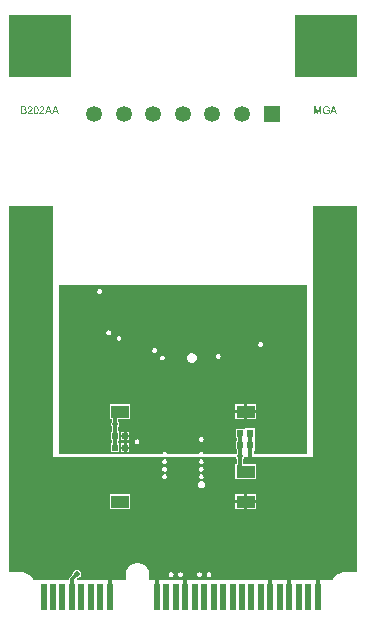
<source format=gbr>
%TF.GenerationSoftware,Altium Limited,Altium Designer,22.1.2 (22)*%
G04 Layer_Physical_Order=1*
G04 Layer_Color=255*
%FSLAX26Y26*%
%MOIN*%
%TF.SameCoordinates,654C00B4-3322-4B45-B6E3-0FD47356756A*%
%TF.FilePolarity,Positive*%
%TF.FileFunction,Copper,L1,Top,Signal*%
%TF.Part,Single*%
G01*
G75*
%TA.AperFunction,SMDPad,CuDef*%
%ADD10R,0.059055X0.039370*%
%TA.AperFunction,ConnectorPad*%
%ADD11R,0.023622X0.090551*%
%TA.AperFunction,SMDPad,CuDef*%
%ADD12R,0.018504X0.020472*%
%TA.AperFunction,Conductor*%
%ADD13C,0.011811*%
%TA.AperFunction,ComponentPad*%
%ADD14C,0.053150*%
%ADD15R,0.053150X0.053150*%
%TA.AperFunction,ViaPad*%
%ADD16R,0.208661X0.208661*%
%ADD17C,0.019685*%
G36*
X232141Y588703D02*
X231592Y588348D01*
X231108Y587758D01*
X230689Y586931D01*
X230334Y585868D01*
X230044Y584569D01*
X229818Y583033D01*
X229657Y581262D01*
X229584Y578888D01*
X229818Y575471D01*
X230044Y573935D01*
X230334Y572636D01*
X230689Y571573D01*
X231108Y570746D01*
X231592Y570155D01*
X232141Y569801D01*
X232754Y569683D01*
X214490D01*
X215103Y569801D01*
X215652Y570155D01*
X216136Y570746D01*
X216555Y571573D01*
X216910Y572636D01*
X217200Y573935D01*
X217426Y575471D01*
X217587Y577242D01*
X217660Y579616D01*
X217426Y583033D01*
X217200Y584569D01*
X216910Y585868D01*
X216555Y586931D01*
X216136Y587758D01*
X215652Y588348D01*
X215103Y588703D01*
X214490Y588821D01*
X232754D01*
X232141Y588703D01*
D02*
G37*
G36*
X198283D02*
X197734Y588348D01*
X197250Y587758D01*
X196831Y586931D01*
X196476Y585868D01*
X196185Y584569D01*
X195960Y583033D01*
X195798Y581262D01*
X195726Y578888D01*
X195960Y575471D01*
X196185Y573935D01*
X196476Y572636D01*
X196831Y571573D01*
X197250Y570746D01*
X197734Y570155D01*
X198283Y569801D01*
X198896Y569683D01*
X180632D01*
X181245Y569801D01*
X181793Y570155D01*
X182277Y570746D01*
X182697Y571573D01*
X183052Y572636D01*
X183342Y573935D01*
X183568Y575471D01*
X183729Y577242D01*
X183801Y579616D01*
X183568Y583033D01*
X183342Y584569D01*
X183052Y585868D01*
X182697Y586931D01*
X182277Y587758D01*
X181793Y588348D01*
X181245Y588703D01*
X180632Y588821D01*
X198896D01*
X198283Y588703D01*
D02*
G37*
G36*
X232141Y549333D02*
X231592Y548978D01*
X231108Y548388D01*
X230689Y547561D01*
X230334Y546498D01*
X230044Y545199D01*
X229818Y543663D01*
X229657Y541892D01*
X229528Y537640D01*
X217716D01*
X217684Y539884D01*
X217426Y543663D01*
X217200Y545199D01*
X216910Y546498D01*
X216555Y547561D01*
X216136Y548388D01*
X215652Y548978D01*
X215103Y549333D01*
X214490Y549451D01*
X232754D01*
X232141Y549333D01*
D02*
G37*
G36*
X198283D02*
X197734Y548978D01*
X197250Y548388D01*
X196831Y547561D01*
X196476Y546498D01*
X196185Y545199D01*
X195960Y543663D01*
X195798Y541892D01*
X195669Y537640D01*
X183858D01*
X183826Y539884D01*
X183568Y543663D01*
X183342Y545199D01*
X183052Y546498D01*
X182697Y547561D01*
X182277Y548388D01*
X181793Y548978D01*
X181245Y549333D01*
X180632Y549451D01*
X198896D01*
X198283Y549333D01*
D02*
G37*
G36*
X413386Y530000D02*
X237672D01*
Y541329D01*
X237674Y541406D01*
X237679Y541457D01*
X240748D01*
Y549278D01*
X240782Y549451D01*
X240748Y549623D01*
Y569511D01*
X240782Y569683D01*
X240748Y569856D01*
Y577677D01*
X240748D01*
X240748Y580827D01*
X240748Y580827D01*
Y588648D01*
X240782Y588821D01*
X240748Y588993D01*
Y617047D01*
X206496D01*
Y616627D01*
X202953Y613110D01*
X176575D01*
Y589820D01*
X176447Y589627D01*
X176521Y589186D01*
X176370Y588821D01*
X176575Y584764D01*
X178846D01*
Y584764D01*
X178846D01*
X179491Y580183D01*
X179536Y579535D01*
X179499Y578320D01*
X178846Y573740D01*
X178846D01*
Y573740D01*
X176575D01*
X176370Y569683D01*
X176522Y569318D01*
X176447Y568877D01*
X176575Y568684D01*
Y550450D01*
X176447Y550257D01*
X176521Y549815D01*
X176370Y549451D01*
X176575Y545394D01*
X178846D01*
Y545394D01*
X178846D01*
X179491Y540813D01*
X179567Y539709D01*
X179597Y537578D01*
X179728Y537274D01*
Y536627D01*
X179597Y536317D01*
X179588Y535276D01*
X179517Y533547D01*
X179388Y532278D01*
X179329Y531936D01*
X179281Y531741D01*
X179243Y531662D01*
X179239Y531614D01*
X179194Y531480D01*
X174748Y530000D01*
X68915D01*
Y531230D01*
X67716Y534124D01*
X65501Y536339D01*
X62607Y537537D01*
X59475D01*
X56581Y536339D01*
X54366Y534124D01*
X53167Y531230D01*
Y530000D01*
X-53150D01*
Y531212D01*
X-54348Y534106D01*
X-56563Y536321D01*
X-59457Y537520D01*
X-62590D01*
X-65484Y536321D01*
X-67699Y534106D01*
X-68898Y531212D01*
Y530000D01*
X-413386D01*
Y1095000D01*
X413386D01*
Y530000D01*
D02*
G37*
G36*
X195679Y535171D02*
X195915Y531699D01*
X196024Y531072D01*
X196152Y530542D01*
X196299Y530108D01*
X196466Y529770D01*
X196654Y529529D01*
X182874D01*
X183061Y529770D01*
X183228Y530108D01*
X183376Y530542D01*
X183504Y531072D01*
X183612Y531699D01*
X183770Y533242D01*
X183849Y535171D01*
X183858Y536280D01*
X195669D01*
X195679Y535171D01*
D02*
G37*
G36*
X196466Y515230D02*
X196299Y514892D01*
X196152Y514458D01*
X196024Y513928D01*
X195915Y513301D01*
X195758Y511758D01*
X195679Y509829D01*
X195669Y508721D01*
X183858D01*
X183849Y509829D01*
X183612Y513301D01*
X183504Y513928D01*
X183376Y514458D01*
X183228Y514892D01*
X183061Y515230D01*
X182874Y515471D01*
X196654D01*
X196466Y515230D01*
D02*
G37*
G36*
X195728Y500786D02*
X195905Y498778D01*
X196201Y497006D01*
X196614Y495471D01*
X197146Y494171D01*
X197795Y493108D01*
X198563Y492282D01*
X199449Y491691D01*
X200453Y491337D01*
X201575Y491219D01*
X179254D01*
X180129Y491337D01*
X180911Y491691D01*
X181602Y492282D01*
X182201Y493108D01*
X182707Y494171D01*
X183122Y495471D01*
X183444Y497006D01*
X183674Y498778D01*
X183812Y500786D01*
X183858Y503030D01*
X195669D01*
X195728Y500786D01*
D02*
G37*
G36*
X580516Y136019D02*
X537402D01*
X537156Y135970D01*
X536909Y136007D01*
X533822Y135855D01*
X533101Y135675D01*
X532357D01*
X526301Y134470D01*
X525388Y134092D01*
X524418Y133899D01*
X518714Y131536D01*
X517893Y130987D01*
X516979Y130609D01*
X511846Y127179D01*
X511147Y126480D01*
X510325Y125931D01*
X505959Y121565D01*
X505410Y120743D01*
X504711Y120044D01*
X501281Y114910D01*
X500902Y113997D01*
X500353Y113175D01*
X498455Y108592D01*
X-112012D01*
Y127953D01*
X-112077Y128279D01*
X-112034Y128609D01*
X-112287Y132463D01*
X-112542Y133418D01*
X-112607Y134404D01*
X-114602Y141850D01*
X-115183Y143027D01*
X-115605Y144270D01*
X-119459Y150945D01*
X-120324Y151932D01*
X-121053Y153024D01*
X-126504Y158474D01*
X-127595Y159203D01*
X-128582Y160069D01*
X-135258Y163923D01*
X-136501Y164345D01*
X-137678Y164926D01*
X-145123Y166921D01*
X-146433Y167006D01*
X-147721Y167262D01*
X-155429D01*
X-156716Y167006D01*
X-158026Y166921D01*
X-165472Y164926D01*
X-166649Y164345D01*
X-167892Y163923D01*
X-174567Y160069D01*
X-175554Y159204D01*
X-176646Y158474D01*
X-182096Y153024D01*
X-182826Y151932D01*
X-183691Y150945D01*
X-187545Y144270D01*
X-187967Y143027D01*
X-188548Y141850D01*
X-190543Y134404D01*
X-190607Y133418D01*
X-190863Y132463D01*
X-191116Y128609D01*
X-191072Y128279D01*
X-191137Y127953D01*
Y108592D01*
X-349992D01*
X-353069Y111988D01*
X-353754Y113439D01*
X-353213Y115267D01*
X-348954Y116115D01*
X-344396Y119160D01*
X-341351Y123718D01*
X-340281Y129095D01*
X-341351Y134471D01*
X-344396Y139029D01*
X-348954Y142075D01*
X-354331Y143144D01*
X-359707Y142075D01*
X-364265Y139029D01*
X-367311Y134471D01*
X-368158Y130212D01*
X-368217Y130091D01*
X-368249Y130055D01*
X-368277Y129972D01*
X-368381Y129802D01*
X-368541Y129576D01*
X-370601Y127215D01*
X-371290Y126513D01*
X-371416Y126201D01*
X-377175Y120442D01*
X-379350Y117187D01*
X-380114Y113347D01*
Y108592D01*
X-498455D01*
X-500354Y113175D01*
X-500903Y113997D01*
X-501281Y114910D01*
X-504711Y120044D01*
X-505410Y120743D01*
X-505959Y121565D01*
X-510325Y125931D01*
X-511147Y126480D01*
X-511846Y127179D01*
X-516979Y130609D01*
X-517893Y130987D01*
X-518714Y131536D01*
X-524419Y133899D01*
X-525388Y134092D01*
X-526301Y134470D01*
X-532357Y135675D01*
X-533101D01*
X-533822Y135855D01*
X-536909Y136007D01*
X-537156Y135970D01*
X-537402Y136019D01*
X-580516D01*
Y1358268D01*
X-433071D01*
Y520000D01*
X176212D01*
X176784Y517124D01*
X179196Y513513D01*
X179239Y513386D01*
X179243Y513338D01*
X179281Y513260D01*
X179329Y513064D01*
X179375Y512793D01*
X179588Y509665D01*
X179597Y508683D01*
X179728Y508373D01*
Y503415D01*
X179598Y503117D01*
X179554Y500975D01*
X179467Y499709D01*
X177468Y495276D01*
X175197D01*
X174992Y491219D01*
X175046Y491088D01*
X175030Y490648D01*
X175197Y490363D01*
Y448032D01*
X242126D01*
Y495276D01*
X202354D01*
X202021Y495457D01*
X201398Y495522D01*
X201370Y495532D01*
X201344Y495549D01*
X201209Y495695D01*
X200960Y496102D01*
X200660Y496836D01*
X200370Y497913D01*
X200136Y499316D01*
X199985Y501029D01*
X199929Y503142D01*
X199799Y503434D01*
Y508373D01*
X199930Y508683D01*
X199940Y509724D01*
X200010Y511453D01*
X200140Y512722D01*
X200199Y513064D01*
X200246Y513260D01*
X200285Y513338D01*
X200288Y513386D01*
X200331Y513513D01*
X202744Y517124D01*
X203316Y520000D01*
X433071D01*
Y1358268D01*
X580516D01*
Y136019D01*
D02*
G37*
G36*
X-354429Y119252D02*
X-354732Y119214D01*
X-355089Y119094D01*
X-355500Y118891D01*
X-355966Y118607D01*
X-356486Y118240D01*
X-357688Y117260D01*
X-359107Y115952D01*
X-359899Y115175D01*
X-368250Y123527D01*
X-367473Y124318D01*
X-365185Y126940D01*
X-364818Y127460D01*
X-364534Y127925D01*
X-364331Y128336D01*
X-364211Y128693D01*
X-364173Y128996D01*
X-354429Y119252D01*
D02*
G37*
G36*
X479436Y1689248D02*
X479727D01*
X480418Y1689175D01*
X481183Y1689066D01*
X481984Y1688884D01*
X482857Y1688666D01*
X483694Y1688374D01*
X483731D01*
X483804Y1688338D01*
X483913Y1688302D01*
X484058Y1688229D01*
X484459Y1688011D01*
X484968Y1687756D01*
X485514Y1687392D01*
X486097Y1686955D01*
X486643Y1686482D01*
X487152Y1685899D01*
X487225Y1685826D01*
X487371Y1685608D01*
X487589Y1685281D01*
X487880Y1684807D01*
X488172Y1684225D01*
X488499Y1683497D01*
X488827Y1682696D01*
X489082Y1681786D01*
X486060Y1680985D01*
Y1681022D01*
X486024Y1681058D01*
X485988Y1681167D01*
X485951Y1681313D01*
X485842Y1681640D01*
X485696Y1682077D01*
X485478Y1682587D01*
X485223Y1683060D01*
X484968Y1683570D01*
X484641Y1684006D01*
X484604Y1684043D01*
X484495Y1684188D01*
X484277Y1684370D01*
X484022Y1684625D01*
X483694Y1684917D01*
X483258Y1685208D01*
X482784Y1685499D01*
X482238Y1685754D01*
X482166Y1685790D01*
X481984Y1685863D01*
X481656Y1685972D01*
X481219Y1686118D01*
X480710Y1686227D01*
X480127Y1686336D01*
X479472Y1686409D01*
X478780Y1686445D01*
X478380D01*
X478198Y1686409D01*
X477980D01*
X477434Y1686372D01*
X476815Y1686263D01*
X476123Y1686154D01*
X475468Y1685972D01*
X474813Y1685717D01*
X474740Y1685681D01*
X474522Y1685608D01*
X474230Y1685426D01*
X473866Y1685244D01*
X473430Y1684953D01*
X472956Y1684662D01*
X472520Y1684298D01*
X472119Y1683897D01*
X472083Y1683861D01*
X471937Y1683715D01*
X471755Y1683460D01*
X471537Y1683169D01*
X471282Y1682805D01*
X471027Y1682369D01*
X470772Y1681895D01*
X470518Y1681386D01*
Y1681349D01*
X470481Y1681276D01*
X470445Y1681167D01*
X470372Y1680985D01*
X470299Y1680767D01*
X470226Y1680512D01*
X470117Y1680221D01*
X470044Y1679893D01*
X469862Y1679129D01*
X469717Y1678255D01*
X469608Y1677345D01*
X469571Y1676326D01*
Y1676290D01*
Y1676180D01*
Y1675998D01*
X469608Y1675780D01*
Y1675489D01*
X469644Y1675125D01*
X469680Y1674761D01*
X469717Y1674361D01*
X469862Y1673450D01*
X470044Y1672504D01*
X470336Y1671558D01*
X470700Y1670648D01*
Y1670611D01*
X470772Y1670539D01*
X470809Y1670429D01*
X470918Y1670284D01*
X471173Y1669883D01*
X471573Y1669374D01*
X472046Y1668828D01*
X472629Y1668282D01*
X473320Y1667772D01*
X474085Y1667299D01*
X474121D01*
X474194Y1667263D01*
X474303Y1667190D01*
X474485Y1667117D01*
X474667Y1667044D01*
X474922Y1666971D01*
X475504Y1666753D01*
X476232Y1666571D01*
X477033Y1666389D01*
X477907Y1666243D01*
X478817Y1666207D01*
X479181D01*
X479399Y1666243D01*
X479618D01*
X480164Y1666316D01*
X480819Y1666389D01*
X481510Y1666534D01*
X482275Y1666753D01*
X483039Y1667008D01*
X483076D01*
X483148Y1667044D01*
X483221Y1667081D01*
X483367Y1667153D01*
X483767Y1667335D01*
X484204Y1667554D01*
X484714Y1667809D01*
X485260Y1668100D01*
X485769Y1668427D01*
X486206Y1668791D01*
Y1673523D01*
X478780D01*
Y1676508D01*
X489482D01*
Y1667153D01*
X489446Y1667117D01*
X489373Y1667081D01*
X489227Y1666971D01*
X489045Y1666826D01*
X488827Y1666680D01*
X488572Y1666498D01*
X488244Y1666280D01*
X487917Y1666061D01*
X487152Y1665588D01*
X486279Y1665079D01*
X485369Y1664605D01*
X484386Y1664205D01*
X484350D01*
X484277Y1664168D01*
X484131Y1664132D01*
X483949Y1664059D01*
X483694Y1663986D01*
X483403Y1663877D01*
X483076Y1663804D01*
X482748Y1663732D01*
X481947Y1663550D01*
X481037Y1663368D01*
X480054Y1663258D01*
X479035Y1663222D01*
X478671D01*
X478416Y1663258D01*
X478089D01*
X477688Y1663295D01*
X477252Y1663368D01*
X476778Y1663404D01*
X475723Y1663622D01*
X474594Y1663877D01*
X473430Y1664278D01*
X472847Y1664496D01*
X472265Y1664787D01*
X472228Y1664824D01*
X472119Y1664860D01*
X471974Y1664969D01*
X471755Y1665079D01*
X471500Y1665261D01*
X471246Y1665443D01*
X470554Y1665952D01*
X469826Y1666607D01*
X469062Y1667408D01*
X468334Y1668318D01*
X467678Y1669374D01*
Y1669410D01*
X467606Y1669519D01*
X467533Y1669665D01*
X467424Y1669920D01*
X467314Y1670175D01*
X467205Y1670539D01*
X467060Y1670902D01*
X466914Y1671339D01*
X466768Y1671812D01*
X466623Y1672359D01*
X466514Y1672905D01*
X466404Y1673487D01*
X466222Y1674761D01*
X466150Y1676108D01*
Y1676144D01*
Y1676290D01*
Y1676472D01*
X466186Y1676726D01*
Y1677054D01*
X466222Y1677455D01*
X466295Y1677855D01*
X466332Y1678328D01*
X466441Y1678838D01*
X466514Y1679384D01*
X466805Y1680549D01*
X467169Y1681750D01*
X467678Y1682951D01*
X467715Y1682987D01*
X467751Y1683097D01*
X467824Y1683242D01*
X467970Y1683460D01*
X468115Y1683752D01*
X468297Y1684043D01*
X468807Y1684735D01*
X469426Y1685535D01*
X470190Y1686300D01*
X471064Y1687064D01*
X471573Y1687392D01*
X472083Y1687719D01*
X472119Y1687756D01*
X472228Y1687792D01*
X472374Y1687865D01*
X472592Y1687974D01*
X472884Y1688083D01*
X473211Y1688229D01*
X473575Y1688374D01*
X474012Y1688520D01*
X474485Y1688666D01*
X474995Y1688775D01*
X475541Y1688920D01*
X476123Y1689030D01*
X477397Y1689212D01*
X478052Y1689284D01*
X479217D01*
X479436Y1689248D01*
D02*
G37*
G36*
X461600Y1663659D02*
X458396D01*
Y1684735D01*
X451044Y1663659D01*
X448059D01*
X440779Y1685099D01*
Y1663659D01*
X437576D01*
Y1688848D01*
X442562D01*
X448532Y1670975D01*
Y1670939D01*
X448568Y1670866D01*
X448605Y1670757D01*
X448678Y1670575D01*
X448823Y1670138D01*
X449005Y1669592D01*
X449187Y1668973D01*
X449406Y1668354D01*
X449588Y1667772D01*
X449733Y1667263D01*
X449770Y1667335D01*
X449806Y1667517D01*
X449915Y1667845D01*
X450061Y1668282D01*
X450243Y1668864D01*
X450498Y1669556D01*
X450752Y1670357D01*
X451080Y1671303D01*
X457122Y1688848D01*
X461600D01*
Y1663659D01*
D02*
G37*
G36*
X515180D02*
X511395D01*
X508446Y1671303D01*
X497890D01*
X495160Y1663659D01*
X491630D01*
X501239Y1688848D01*
X504879D01*
X515180Y1663659D01*
D02*
G37*
G36*
X-413060Y1663823D02*
X-416846D01*
X-419794Y1671467D01*
X-430350D01*
X-433080Y1663823D01*
X-440324D01*
X-443272Y1671467D01*
X-453828D01*
X-456558Y1663823D01*
X-460089D01*
X-450479Y1689012D01*
X-446839D01*
X-436576Y1663915D01*
X-427001Y1689012D01*
X-423361D01*
X-413060Y1663823D01*
D02*
G37*
G36*
X-469225Y1689084D02*
X-468934Y1689048D01*
X-468570Y1689012D01*
X-468170Y1688939D01*
X-467769Y1688866D01*
X-466823Y1688611D01*
X-465877Y1688247D01*
X-465403Y1688029D01*
X-464930Y1687774D01*
X-464493Y1687446D01*
X-464093Y1687082D01*
X-464057Y1687046D01*
X-463984Y1687009D01*
X-463911Y1686864D01*
X-463765Y1686718D01*
X-463583Y1686536D01*
X-463401Y1686282D01*
X-463219Y1686027D01*
X-463001Y1685699D01*
X-462637Y1685007D01*
X-462273Y1684134D01*
X-462127Y1683697D01*
X-462055Y1683188D01*
X-461982Y1682678D01*
X-461945Y1682132D01*
Y1682059D01*
Y1681877D01*
X-461982Y1681586D01*
X-462018Y1681186D01*
X-462091Y1680749D01*
X-462236Y1680239D01*
X-462382Y1679693D01*
X-462601Y1679147D01*
X-462637Y1679074D01*
X-462710Y1678892D01*
X-462855Y1678601D01*
X-463074Y1678201D01*
X-463365Y1677764D01*
X-463729Y1677218D01*
X-464166Y1676672D01*
X-464675Y1676053D01*
X-464748Y1675980D01*
X-464930Y1675762D01*
X-465112Y1675580D01*
X-465294Y1675398D01*
X-465512Y1675179D01*
X-465804Y1674888D01*
X-466095Y1674597D01*
X-466459Y1674270D01*
X-466823Y1673906D01*
X-467260Y1673505D01*
X-467733Y1673105D01*
X-468243Y1672631D01*
X-468825Y1672158D01*
X-469407Y1671649D01*
X-469444Y1671612D01*
X-469517Y1671540D01*
X-469662Y1671430D01*
X-469844Y1671285D01*
X-470062Y1671066D01*
X-470317Y1670848D01*
X-470900Y1670375D01*
X-471519Y1669829D01*
X-472101Y1669283D01*
X-472611Y1668810D01*
X-472829Y1668628D01*
X-473011Y1668446D01*
X-473047Y1668409D01*
X-473156Y1668300D01*
X-473302Y1668154D01*
X-473484Y1667936D01*
X-473666Y1667681D01*
X-473885Y1667426D01*
X-474321Y1666807D01*
X-461909D01*
Y1663823D01*
X-478616D01*
Y1663859D01*
Y1664005D01*
Y1664223D01*
X-478580Y1664514D01*
X-478544Y1664842D01*
X-478471Y1665206D01*
X-478398Y1665570D01*
X-478252Y1665970D01*
Y1666007D01*
X-478216Y1666043D01*
X-478143Y1666262D01*
X-477998Y1666589D01*
X-477779Y1667026D01*
X-477488Y1667535D01*
X-477124Y1668118D01*
X-476724Y1668700D01*
X-476214Y1669319D01*
Y1669355D01*
X-476141Y1669392D01*
X-475959Y1669610D01*
X-475632Y1669938D01*
X-475159Y1670411D01*
X-474613Y1670957D01*
X-473921Y1671612D01*
X-473084Y1672340D01*
X-472174Y1673105D01*
X-472137Y1673141D01*
X-471992Y1673250D01*
X-471773Y1673432D01*
X-471519Y1673651D01*
X-471191Y1673942D01*
X-470791Y1674270D01*
X-470390Y1674633D01*
X-469917Y1675034D01*
X-469007Y1675908D01*
X-468097Y1676781D01*
X-467660Y1677218D01*
X-467260Y1677655D01*
X-466896Y1678055D01*
X-466604Y1678456D01*
Y1678492D01*
X-466532Y1678528D01*
X-466459Y1678638D01*
X-466386Y1678783D01*
X-466131Y1679184D01*
X-465840Y1679657D01*
X-465585Y1680239D01*
X-465330Y1680858D01*
X-465185Y1681550D01*
X-465112Y1682205D01*
Y1682241D01*
Y1682277D01*
X-465149Y1682496D01*
X-465185Y1682860D01*
X-465294Y1683260D01*
X-465440Y1683770D01*
X-465695Y1684280D01*
X-466022Y1684789D01*
X-466459Y1685299D01*
X-466532Y1685371D01*
X-466714Y1685517D01*
X-466969Y1685699D01*
X-467369Y1685954D01*
X-467878Y1686172D01*
X-468461Y1686391D01*
X-469152Y1686536D01*
X-469917Y1686573D01*
X-470135D01*
X-470281Y1686536D01*
X-470718Y1686500D01*
X-471227Y1686391D01*
X-471773Y1686245D01*
X-472392Y1685990D01*
X-472974Y1685663D01*
X-473521Y1685226D01*
X-473593Y1685153D01*
X-473739Y1684971D01*
X-473957Y1684680D01*
X-474176Y1684243D01*
X-474430Y1683734D01*
X-474649Y1683078D01*
X-474795Y1682350D01*
X-474867Y1681513D01*
X-478034Y1681841D01*
Y1681877D01*
X-477998Y1681986D01*
Y1682168D01*
X-477961Y1682423D01*
X-477889Y1682714D01*
X-477816Y1683042D01*
X-477707Y1683442D01*
X-477597Y1683843D01*
X-477306Y1684716D01*
X-476869Y1685590D01*
X-476615Y1686027D01*
X-476287Y1686464D01*
X-475959Y1686864D01*
X-475595Y1687228D01*
X-475559Y1687264D01*
X-475486Y1687301D01*
X-475377Y1687410D01*
X-475195Y1687519D01*
X-474976Y1687665D01*
X-474722Y1687810D01*
X-474430Y1687992D01*
X-474067Y1688174D01*
X-473666Y1688356D01*
X-473229Y1688538D01*
X-472756Y1688684D01*
X-472247Y1688830D01*
X-471700Y1688939D01*
X-471118Y1689048D01*
X-470499Y1689084D01*
X-469844Y1689121D01*
X-469480D01*
X-469225Y1689084D01*
D02*
G37*
G36*
X-508392D02*
X-508101Y1689048D01*
X-507736Y1689012D01*
X-507336Y1688939D01*
X-506936Y1688866D01*
X-505989Y1688611D01*
X-505043Y1688247D01*
X-504570Y1688029D01*
X-504096Y1687774D01*
X-503660Y1687446D01*
X-503259Y1687082D01*
X-503223Y1687046D01*
X-503150Y1687009D01*
X-503077Y1686864D01*
X-502932Y1686718D01*
X-502750Y1686536D01*
X-502568Y1686282D01*
X-502386Y1686027D01*
X-502167Y1685699D01*
X-501803Y1685007D01*
X-501439Y1684134D01*
X-501294Y1683697D01*
X-501221Y1683188D01*
X-501148Y1682678D01*
X-501112Y1682132D01*
Y1682059D01*
Y1681877D01*
X-501148Y1681586D01*
X-501185Y1681186D01*
X-501257Y1680749D01*
X-501403Y1680239D01*
X-501548Y1679693D01*
X-501767Y1679147D01*
X-501803Y1679074D01*
X-501876Y1678892D01*
X-502022Y1678601D01*
X-502240Y1678201D01*
X-502531Y1677764D01*
X-502895Y1677218D01*
X-503332Y1676672D01*
X-503842Y1676053D01*
X-503914Y1675980D01*
X-504096Y1675762D01*
X-504279Y1675580D01*
X-504461Y1675398D01*
X-504679Y1675179D01*
X-504970Y1674888D01*
X-505261Y1674597D01*
X-505625Y1674270D01*
X-505989Y1673906D01*
X-506426Y1673505D01*
X-506899Y1673105D01*
X-507409Y1672631D01*
X-507991Y1672158D01*
X-508574Y1671649D01*
X-508610Y1671612D01*
X-508683Y1671540D01*
X-508829Y1671430D01*
X-509010Y1671285D01*
X-509229Y1671066D01*
X-509484Y1670848D01*
X-510066Y1670375D01*
X-510685Y1669829D01*
X-511267Y1669283D01*
X-511777Y1668810D01*
X-511995Y1668628D01*
X-512177Y1668446D01*
X-512214Y1668409D01*
X-512323Y1668300D01*
X-512468Y1668154D01*
X-512650Y1667936D01*
X-512832Y1667681D01*
X-513051Y1667426D01*
X-513488Y1666807D01*
X-501075D01*
Y1663823D01*
X-517783D01*
Y1663859D01*
Y1664005D01*
Y1664223D01*
X-517746Y1664514D01*
X-517710Y1664842D01*
X-517637Y1665206D01*
X-517564Y1665570D01*
X-517419Y1665970D01*
Y1666007D01*
X-517383Y1666043D01*
X-517310Y1666262D01*
X-517164Y1666589D01*
X-516946Y1667026D01*
X-516654Y1667535D01*
X-516290Y1668118D01*
X-515890Y1668700D01*
X-515380Y1669319D01*
Y1669355D01*
X-515308Y1669392D01*
X-515126Y1669610D01*
X-514798Y1669938D01*
X-514325Y1670411D01*
X-513779Y1670957D01*
X-513087Y1671612D01*
X-512250Y1672340D01*
X-511340Y1673105D01*
X-511304Y1673141D01*
X-511158Y1673250D01*
X-510940Y1673432D01*
X-510685Y1673651D01*
X-510357Y1673942D01*
X-509957Y1674270D01*
X-509557Y1674633D01*
X-509083Y1675034D01*
X-508173Y1675908D01*
X-507263Y1676781D01*
X-506827Y1677218D01*
X-506426Y1677655D01*
X-506062Y1678055D01*
X-505771Y1678456D01*
Y1678492D01*
X-505698Y1678528D01*
X-505625Y1678638D01*
X-505553Y1678783D01*
X-505298Y1679184D01*
X-505007Y1679657D01*
X-504752Y1680239D01*
X-504497Y1680858D01*
X-504351Y1681550D01*
X-504279Y1682205D01*
Y1682241D01*
Y1682277D01*
X-504315Y1682496D01*
X-504351Y1682860D01*
X-504461Y1683260D01*
X-504606Y1683770D01*
X-504861Y1684280D01*
X-505188Y1684789D01*
X-505625Y1685299D01*
X-505698Y1685371D01*
X-505880Y1685517D01*
X-506135Y1685699D01*
X-506535Y1685954D01*
X-507045Y1686172D01*
X-507627Y1686391D01*
X-508319Y1686536D01*
X-509083Y1686573D01*
X-509302D01*
X-509447Y1686536D01*
X-509884Y1686500D01*
X-510394Y1686391D01*
X-510940Y1686245D01*
X-511558Y1685990D01*
X-512141Y1685663D01*
X-512687Y1685226D01*
X-512760Y1685153D01*
X-512905Y1684971D01*
X-513124Y1684680D01*
X-513342Y1684243D01*
X-513597Y1683734D01*
X-513815Y1683078D01*
X-513961Y1682350D01*
X-514034Y1681513D01*
X-517201Y1681841D01*
Y1681877D01*
X-517164Y1681986D01*
Y1682168D01*
X-517128Y1682423D01*
X-517055Y1682714D01*
X-516982Y1683042D01*
X-516873Y1683442D01*
X-516764Y1683843D01*
X-516472Y1684716D01*
X-516036Y1685590D01*
X-515781Y1686027D01*
X-515453Y1686464D01*
X-515126Y1686864D01*
X-514762Y1687228D01*
X-514725Y1687264D01*
X-514653Y1687301D01*
X-514543Y1687410D01*
X-514361Y1687519D01*
X-514143Y1687665D01*
X-513888Y1687810D01*
X-513597Y1687992D01*
X-513233Y1688174D01*
X-512832Y1688356D01*
X-512396Y1688538D01*
X-511923Y1688684D01*
X-511413Y1688830D01*
X-510867Y1688939D01*
X-510284Y1689048D01*
X-509666Y1689084D01*
X-509010Y1689121D01*
X-508647D01*
X-508392Y1689084D01*
D02*
G37*
G36*
X-529540Y1688975D02*
X-529249D01*
X-528594Y1688902D01*
X-527866Y1688830D01*
X-527101Y1688684D01*
X-526337Y1688502D01*
X-525645Y1688247D01*
X-525609D01*
X-525572Y1688211D01*
X-525354Y1688101D01*
X-525027Y1687919D01*
X-524663Y1687665D01*
X-524226Y1687337D01*
X-523753Y1686937D01*
X-523316Y1686427D01*
X-522915Y1685881D01*
X-522879Y1685808D01*
X-522770Y1685590D01*
X-522588Y1685299D01*
X-522406Y1684862D01*
X-522224Y1684352D01*
X-522042Y1683806D01*
X-521933Y1683188D01*
X-521896Y1682569D01*
Y1682496D01*
Y1682314D01*
X-521933Y1681986D01*
X-522005Y1681586D01*
X-522115Y1681113D01*
X-522297Y1680603D01*
X-522515Y1680093D01*
X-522806Y1679547D01*
X-522842Y1679475D01*
X-522952Y1679329D01*
X-523170Y1679038D01*
X-523461Y1678747D01*
X-523825Y1678383D01*
X-524262Y1677982D01*
X-524808Y1677618D01*
X-525427Y1677254D01*
X-525390D01*
X-525318Y1677218D01*
X-525208Y1677181D01*
X-525063Y1677109D01*
X-524626Y1676963D01*
X-524116Y1676708D01*
X-523571Y1676381D01*
X-522952Y1675980D01*
X-522406Y1675507D01*
X-521896Y1674925D01*
X-521860Y1674852D01*
X-521714Y1674633D01*
X-521496Y1674306D01*
X-521277Y1673869D01*
X-521059Y1673287D01*
X-520841Y1672668D01*
X-520695Y1671940D01*
X-520659Y1671139D01*
Y1671103D01*
Y1671066D01*
Y1670848D01*
X-520695Y1670484D01*
X-520768Y1670047D01*
X-520841Y1669537D01*
X-520986Y1668992D01*
X-521168Y1668409D01*
X-521423Y1667827D01*
X-521459Y1667754D01*
X-521568Y1667572D01*
X-521714Y1667317D01*
X-521933Y1666953D01*
X-522224Y1666589D01*
X-522515Y1666189D01*
X-522879Y1665788D01*
X-523279Y1665461D01*
X-523316Y1665424D01*
X-523461Y1665315D01*
X-523716Y1665169D01*
X-524044Y1665024D01*
X-524444Y1664805D01*
X-524917Y1664587D01*
X-525427Y1664405D01*
X-526046Y1664223D01*
X-526119D01*
X-526337Y1664150D01*
X-526701Y1664114D01*
X-527174Y1664041D01*
X-527756Y1663968D01*
X-528448Y1663896D01*
X-529212Y1663859D01*
X-530086Y1663823D01*
X-539696D01*
Y1689012D01*
X-529795D01*
X-529540Y1688975D01*
D02*
G37*
G36*
X-488808Y1689084D02*
X-488335Y1689012D01*
X-487789Y1688902D01*
X-487207Y1688757D01*
X-486588Y1688575D01*
X-486006Y1688284D01*
X-485969D01*
X-485933Y1688247D01*
X-485751Y1688138D01*
X-485460Y1687956D01*
X-485096Y1687701D01*
X-484695Y1687337D01*
X-484259Y1686937D01*
X-483858Y1686464D01*
X-483458Y1685918D01*
X-483421Y1685845D01*
X-483276Y1685663D01*
X-483130Y1685335D01*
X-482875Y1684862D01*
X-482657Y1684316D01*
X-482366Y1683697D01*
X-482111Y1682969D01*
X-481892Y1682168D01*
Y1682132D01*
X-481856Y1682059D01*
X-481820Y1681950D01*
X-481783Y1681768D01*
X-481747Y1681550D01*
X-481711Y1681295D01*
X-481638Y1680967D01*
X-481601Y1680603D01*
X-481529Y1680203D01*
X-481492Y1679766D01*
X-481456Y1679256D01*
X-481383Y1678747D01*
X-481346Y1678164D01*
Y1677582D01*
X-481310Y1676927D01*
Y1676235D01*
Y1676199D01*
Y1676053D01*
Y1675798D01*
Y1675507D01*
X-481346Y1675107D01*
Y1674670D01*
X-481383Y1674197D01*
X-481419Y1673687D01*
X-481529Y1672522D01*
X-481711Y1671321D01*
X-481929Y1670156D01*
X-482075Y1669610D01*
X-482257Y1669064D01*
Y1669028D01*
X-482293Y1668955D01*
X-482366Y1668810D01*
X-482438Y1668628D01*
X-482511Y1668373D01*
X-482657Y1668118D01*
X-482948Y1667499D01*
X-483312Y1666844D01*
X-483785Y1666116D01*
X-484331Y1665461D01*
X-484986Y1664842D01*
X-485023D01*
X-485059Y1664769D01*
X-485168Y1664696D01*
X-485314Y1664623D01*
X-485496Y1664514D01*
X-485678Y1664369D01*
X-486224Y1664114D01*
X-486879Y1663859D01*
X-487644Y1663604D01*
X-488554Y1663459D01*
X-489536Y1663386D01*
X-489901D01*
X-490155Y1663422D01*
X-490447Y1663459D01*
X-490810Y1663532D01*
X-491211Y1663604D01*
X-491648Y1663714D01*
X-492084Y1663859D01*
X-492558Y1664005D01*
X-493031Y1664223D01*
X-493504Y1664478D01*
X-493977Y1664769D01*
X-494450Y1665133D01*
X-494887Y1665534D01*
X-495288Y1665970D01*
X-495324Y1666007D01*
X-495397Y1666116D01*
X-495506Y1666298D01*
X-495688Y1666589D01*
X-495870Y1666917D01*
X-496052Y1667353D01*
X-496307Y1667863D01*
X-496525Y1668446D01*
X-496744Y1669101D01*
X-496962Y1669865D01*
X-497180Y1670702D01*
X-497363Y1671649D01*
X-497545Y1672668D01*
X-497654Y1673760D01*
X-497726Y1674961D01*
X-497763Y1676235D01*
Y1676272D01*
Y1676417D01*
Y1676672D01*
Y1676963D01*
X-497726Y1677363D01*
Y1677800D01*
X-497690Y1678274D01*
X-497654Y1678820D01*
X-497545Y1679948D01*
X-497363Y1681149D01*
X-497144Y1682350D01*
X-496998Y1682896D01*
X-496853Y1683442D01*
Y1683479D01*
X-496817Y1683552D01*
X-496744Y1683697D01*
X-496671Y1683879D01*
X-496598Y1684134D01*
X-496452Y1684389D01*
X-496161Y1685007D01*
X-495797Y1685663D01*
X-495324Y1686354D01*
X-494778Y1687046D01*
X-494123Y1687628D01*
X-494087D01*
X-494050Y1687701D01*
X-493941Y1687774D01*
X-493795Y1687847D01*
X-493613Y1687992D01*
X-493395Y1688101D01*
X-492849Y1688393D01*
X-492194Y1688648D01*
X-491429Y1688902D01*
X-490519Y1689048D01*
X-489536Y1689121D01*
X-489209D01*
X-488808Y1689084D01*
D02*
G37*
%LPC*%
G36*
X-275599Y1080709D02*
X-278732D01*
X-281626Y1079510D01*
X-283841Y1077295D01*
X-285039Y1074401D01*
Y1071268D01*
X-283841Y1068374D01*
X-281626Y1066159D01*
X-278732Y1064961D01*
X-275599D01*
X-272705Y1066159D01*
X-270490Y1068374D01*
X-269291Y1071268D01*
Y1074401D01*
X-270490Y1077295D01*
X-272705Y1079510D01*
X-275599Y1080709D01*
D02*
G37*
G36*
X-245678Y942913D02*
X-248810D01*
X-251704Y941715D01*
X-253919Y939500D01*
X-255118Y936606D01*
Y933473D01*
X-253919Y930579D01*
X-251704Y928364D01*
X-248810Y927165D01*
X-245678D01*
X-242784Y928364D01*
X-240569Y930579D01*
X-239370Y933473D01*
Y936606D01*
X-240569Y939500D01*
X-242784Y941715D01*
X-245678Y942913D01*
D02*
G37*
G36*
X-211820Y923228D02*
X-214952D01*
X-217846Y922030D01*
X-220061Y919815D01*
X-221260Y916920D01*
Y913788D01*
X-220061Y910894D01*
X-217846Y908679D01*
X-214952Y907480D01*
X-211820D01*
X-208926Y908679D01*
X-206711Y910894D01*
X-205512Y913788D01*
Y916920D01*
X-206711Y919815D01*
X-208926Y922030D01*
X-211820Y923228D01*
D02*
G37*
G36*
X260621Y903543D02*
X257489D01*
X254595Y902345D01*
X252380Y900130D01*
X251181Y897236D01*
Y894103D01*
X252380Y891209D01*
X254595Y888994D01*
X257489Y887795D01*
X260621D01*
X263515Y888994D01*
X265730Y891209D01*
X266929Y894103D01*
Y897236D01*
X265730Y900130D01*
X263515Y902345D01*
X260621Y903543D01*
D02*
G37*
G36*
X-92922Y883858D02*
X-96054D01*
X-98948Y882660D01*
X-101163Y880445D01*
X-102362Y877551D01*
Y874418D01*
X-101163Y871524D01*
X-98948Y869309D01*
X-96054Y868110D01*
X-92922D01*
X-90028Y869309D01*
X-87813Y871524D01*
X-86614Y874418D01*
Y877551D01*
X-87813Y880445D01*
X-90028Y882660D01*
X-92922Y883858D01*
D02*
G37*
G36*
X119676Y864173D02*
X116544D01*
X113650Y862975D01*
X111435Y860760D01*
X110236Y857865D01*
Y854733D01*
X111435Y851839D01*
X113650Y849624D01*
X116544Y848425D01*
X119676D01*
X122570Y849624D01*
X124785Y851839D01*
X125984Y854733D01*
Y857865D01*
X124785Y860760D01*
X122570Y862975D01*
X119676Y864173D01*
D02*
G37*
G36*
X-67331Y858268D02*
X-70464D01*
X-73358Y857069D01*
X-75573Y854854D01*
X-76772Y851960D01*
Y848827D01*
X-75573Y845933D01*
X-73358Y843718D01*
X-70464Y842520D01*
X-67331D01*
X-64437Y843718D01*
X-62222Y845933D01*
X-61024Y848827D01*
Y851960D01*
X-62222Y854854D01*
X-64437Y857069D01*
X-67331Y858268D01*
D02*
G37*
G36*
X32660Y866142D02*
X26395D01*
X20607Y863744D01*
X16177Y859314D01*
X13780Y853526D01*
Y847261D01*
X16177Y841473D01*
X20607Y837043D01*
X26395Y834646D01*
X32660D01*
X38448Y837043D01*
X42878Y841473D01*
X45276Y847261D01*
Y853526D01*
X42878Y859314D01*
X38448Y863744D01*
X32660Y866142D01*
D02*
G37*
G36*
X242126Y695276D02*
X212599D01*
Y675591D01*
X242126D01*
Y695276D01*
D02*
G37*
G36*
X204725D02*
X175197D01*
Y675591D01*
X204725D01*
Y695276D01*
D02*
G37*
G36*
X242126Y667717D02*
X212599D01*
Y648032D01*
X242126D01*
Y667717D01*
D02*
G37*
G36*
X204725D02*
X175197D01*
Y648032D01*
X204725D01*
Y667717D01*
D02*
G37*
G36*
X-175197Y695276D02*
X-242126D01*
Y648032D01*
X-237963D01*
X-237852Y647971D01*
X-237234Y647905D01*
X-237211Y647897D01*
X-237187Y647881D01*
X-237048Y647729D01*
X-236795Y647311D01*
X-236490Y646559D01*
X-236198Y645465D01*
X-235963Y644040D01*
X-235812Y642305D01*
X-235800Y641867D01*
X-235837Y640968D01*
X-235967Y639699D01*
X-236026Y639357D01*
X-236073Y639162D01*
X-236112Y639084D01*
X-236115Y639035D01*
X-236160Y638901D01*
X-236157Y638842D01*
X-237272Y637727D01*
X-239370Y632662D01*
Y627180D01*
X-237272Y622116D01*
X-236157Y621000D01*
X-236160Y620942D01*
X-236115Y620807D01*
X-236112Y620759D01*
X-236073Y620681D01*
X-236026Y620486D01*
X-235979Y620214D01*
X-235766Y617086D01*
X-235757Y616104D01*
X-235626Y615795D01*
Y612896D01*
X-235755Y612608D01*
X-235856Y609305D01*
X-236508Y604725D01*
X-236509D01*
Y604725D01*
X-238780D01*
X-238984Y600667D01*
X-238833Y600303D01*
X-238907Y599861D01*
X-238779Y599668D01*
Y581434D01*
X-238907Y581241D01*
X-238833Y580800D01*
X-238984Y580435D01*
X-238780Y576378D01*
X-236509D01*
Y576378D01*
X-236508D01*
X-235863Y571797D01*
X-235819Y571149D01*
X-235856Y569934D01*
X-236508Y565354D01*
X-236509D01*
Y565355D01*
X-238780D01*
X-238984Y561297D01*
X-238833Y560933D01*
X-238907Y560491D01*
X-238779Y560298D01*
Y537008D01*
X-212402D01*
Y560298D01*
X-212274Y560491D01*
X-212348Y560933D01*
X-212197Y561297D01*
X-212401Y565355D01*
X-214672D01*
Y565354D01*
X-214673D01*
X-215318Y569935D01*
X-215362Y570583D01*
X-215325Y571798D01*
X-214673Y576378D01*
X-214672D01*
Y576378D01*
X-212401D01*
X-212197Y580435D01*
X-212348Y580800D01*
X-212274Y581241D01*
X-212402Y581434D01*
Y599668D01*
X-212274Y599861D01*
X-212348Y600303D01*
X-212197Y600667D01*
X-212401Y604725D01*
X-214672D01*
Y604725D01*
X-214673D01*
X-215318Y609305D01*
X-215393Y610409D01*
X-215424Y612540D01*
X-215555Y612844D01*
Y615795D01*
X-215424Y616104D01*
X-215415Y617145D01*
X-215344Y618875D01*
X-215214Y620143D01*
X-215155Y620486D01*
X-215108Y620681D01*
X-215070Y620759D01*
X-215066Y620807D01*
X-215021Y620942D01*
X-215024Y621000D01*
X-213909Y622116D01*
X-211811Y627180D01*
Y632662D01*
X-213909Y637727D01*
X-215024Y638842D01*
X-215021Y638901D01*
X-215066Y639035D01*
X-215070Y639084D01*
X-215108Y639162D01*
X-215155Y639357D01*
X-215202Y639628D01*
X-215373Y642144D01*
X-215369Y642305D01*
X-215218Y644040D01*
X-214983Y645464D01*
X-214691Y646559D01*
X-214386Y647311D01*
X-214133Y647729D01*
X-213994Y647881D01*
X-213970Y647897D01*
X-213947Y647905D01*
X-213329Y647971D01*
X-213218Y648032D01*
X-175197D01*
Y695276D01*
D02*
G37*
G36*
X-178543Y604724D02*
X-187796D01*
Y594488D01*
X-178543D01*
Y604724D01*
D02*
G37*
G36*
X-195669D02*
X-204921D01*
Y594488D01*
X-195669D01*
Y604724D01*
D02*
G37*
G36*
X-178543Y586614D02*
X-187796D01*
Y576378D01*
X-178543D01*
Y586614D01*
D02*
G37*
G36*
X-195669D02*
X-204921D01*
Y576378D01*
X-195669D01*
Y586614D01*
D02*
G37*
G36*
X62590Y587520D02*
X59457D01*
X56563Y586321D01*
X54348Y584106D01*
X53150Y581212D01*
Y578080D01*
X54348Y575185D01*
X56563Y572970D01*
X59457Y571772D01*
X62590D01*
X65484Y572970D01*
X67699Y575185D01*
X68898Y578080D01*
Y581212D01*
X67699Y584106D01*
X65484Y586321D01*
X62590Y587520D01*
D02*
G37*
G36*
X-151387Y578740D02*
X-154519D01*
X-157413Y577542D01*
X-159628Y575327D01*
X-160827Y572432D01*
Y569300D01*
X-159628Y566406D01*
X-157413Y564191D01*
X-154519Y562992D01*
X-151387D01*
X-148493Y564191D01*
X-146278Y566406D01*
X-145079Y569300D01*
Y572432D01*
X-146278Y575327D01*
X-148493Y577542D01*
X-151387Y578740D01*
D02*
G37*
G36*
X-178543Y565354D02*
X-187796D01*
Y555118D01*
X-178543D01*
Y565354D01*
D02*
G37*
G36*
X-195669D02*
X-204921D01*
Y555118D01*
X-195669D01*
Y565354D01*
D02*
G37*
G36*
X-178543Y547244D02*
X-187796D01*
Y537008D01*
X-178543D01*
Y547244D01*
D02*
G37*
G36*
X-195669D02*
X-204921D01*
Y537008D01*
X-195669D01*
Y547244D01*
D02*
G37*
%LPD*%
G36*
X-214901Y652089D02*
X-215905Y651731D01*
X-216791Y651135D01*
X-217559Y650300D01*
X-218209Y649226D01*
X-218740Y647913D01*
X-219154Y646362D01*
X-219449Y644573D01*
X-219626Y642544D01*
X-219639Y642055D01*
X-219439Y639120D01*
X-219331Y638493D01*
X-219203Y637963D01*
X-219055Y637529D01*
X-218888Y637191D01*
X-218701Y636950D01*
X-232480D01*
X-232293Y637191D01*
X-232126Y637529D01*
X-231978Y637963D01*
X-231850Y638493D01*
X-231742Y639120D01*
X-231585Y640663D01*
X-231537Y641837D01*
X-231555Y642544D01*
X-231732Y644573D01*
X-232028Y646362D01*
X-232441Y647913D01*
X-232972Y649226D01*
X-233622Y650300D01*
X-234390Y651135D01*
X-235275Y651731D01*
X-236280Y652089D01*
X-237401Y652209D01*
X-213780D01*
X-214901Y652089D01*
D02*
G37*
G36*
X-218888Y622651D02*
X-219055Y622314D01*
X-219203Y621880D01*
X-219331Y621349D01*
X-219439Y620722D01*
X-219596Y619179D01*
X-219675Y617251D01*
X-219685Y616142D01*
X-231496D01*
X-231506Y617251D01*
X-231742Y620722D01*
X-231850Y621349D01*
X-231978Y621880D01*
X-232126Y622314D01*
X-232293Y622651D01*
X-232480Y622892D01*
X-218701D01*
X-218888Y622651D01*
D02*
G37*
G36*
X-219653Y610234D02*
X-219395Y606455D01*
X-219169Y604919D01*
X-218878Y603620D01*
X-218524Y602557D01*
X-218104Y601730D01*
X-217620Y601140D01*
X-217072Y600785D01*
X-216459Y600667D01*
X-234722D01*
X-234109Y600785D01*
X-233561Y601140D01*
X-233077Y601730D01*
X-232657Y602557D01*
X-232303Y603620D01*
X-232012Y604919D01*
X-231786Y606455D01*
X-231625Y608226D01*
X-231496Y612478D01*
X-219685D01*
X-219653Y610234D01*
D02*
G37*
G36*
X-217072Y580317D02*
X-217620Y579963D01*
X-218104Y579372D01*
X-218524Y578545D01*
X-218878Y577482D01*
X-219169Y576183D01*
X-219395Y574648D01*
X-219556Y572876D01*
X-219628Y570502D01*
X-219395Y567085D01*
X-219169Y565549D01*
X-218878Y564250D01*
X-218524Y563187D01*
X-218104Y562360D01*
X-217620Y561770D01*
X-217072Y561415D01*
X-216459Y561297D01*
X-234722D01*
X-234109Y561415D01*
X-233561Y561770D01*
X-233077Y562360D01*
X-232657Y563187D01*
X-232303Y564250D01*
X-232012Y565549D01*
X-231786Y567085D01*
X-231625Y568856D01*
X-231553Y571230D01*
X-231786Y574648D01*
X-232012Y576183D01*
X-232303Y577482D01*
X-232657Y578545D01*
X-233077Y579372D01*
X-233561Y579963D01*
X-234109Y580317D01*
X-234722Y580435D01*
X-216459D01*
X-217072Y580317D01*
D02*
G37*
%LPC*%
G36*
X61024Y512654D02*
X57951Y512043D01*
X55347Y510303D01*
X53606Y507698D01*
X52995Y504626D01*
X53606Y501554D01*
X55347Y498949D01*
X57951Y497209D01*
X61024Y496598D01*
X64096Y497209D01*
X66701Y498949D01*
X68441Y501554D01*
X69052Y504626D01*
X68441Y507698D01*
X66701Y510303D01*
X64096Y512043D01*
X61024Y512654D01*
D02*
G37*
G36*
X-61024D02*
X-64096Y512043D01*
X-66701Y510303D01*
X-68441Y507698D01*
X-69052Y504626D01*
X-68441Y501554D01*
X-66701Y498949D01*
X-64096Y497209D01*
X-61024Y496598D01*
X-57951Y497209D01*
X-55347Y498949D01*
X-53606Y501554D01*
X-52995Y504626D01*
X-53606Y507698D01*
X-55347Y510303D01*
X-57951Y512043D01*
X-61024Y512654D01*
D02*
G37*
G36*
X61024Y487635D02*
X57951Y487024D01*
X55347Y485283D01*
X53606Y482679D01*
X52995Y479606D01*
X53606Y476534D01*
X55347Y473929D01*
X57951Y472189D01*
X61024Y471578D01*
X64096Y472189D01*
X66701Y473929D01*
X68441Y476534D01*
X69052Y479606D01*
X68441Y482679D01*
X66701Y485283D01*
X64096Y487024D01*
X61024Y487635D01*
D02*
G37*
G36*
X-61024D02*
X-64096Y487024D01*
X-66701Y485283D01*
X-68441Y482679D01*
X-69052Y479606D01*
X-68441Y476534D01*
X-66701Y473929D01*
X-64096Y472189D01*
X-61024Y471578D01*
X-57951Y472189D01*
X-55347Y473929D01*
X-53606Y476534D01*
X-52995Y479606D01*
X-53606Y482679D01*
X-55347Y485283D01*
X-57951Y487024D01*
X-61024Y487635D01*
D02*
G37*
G36*
X61024Y462635D02*
X57951Y462024D01*
X55347Y460283D01*
X53606Y457679D01*
X52995Y454606D01*
X53606Y451534D01*
X55347Y448929D01*
X57951Y447189D01*
X61024Y446578D01*
X64096Y447189D01*
X66701Y448929D01*
X68441Y451534D01*
X69052Y454606D01*
X68441Y457679D01*
X66701Y460283D01*
X64096Y462024D01*
X61024Y462635D01*
D02*
G37*
G36*
X-61024D02*
X-64096Y462024D01*
X-66701Y460283D01*
X-68441Y457679D01*
X-69052Y454606D01*
X-68441Y451534D01*
X-66701Y448929D01*
X-64096Y447189D01*
X-61024Y446578D01*
X-57951Y447189D01*
X-55347Y448929D01*
X-53606Y451534D01*
X-52995Y454606D01*
X-53606Y457679D01*
X-55347Y460283D01*
X-57951Y462024D01*
X-61024Y462635D01*
D02*
G37*
G36*
X61024Y441649D02*
X56415Y440732D01*
X52508Y438122D01*
X49898Y434215D01*
X48981Y429606D01*
X49898Y424998D01*
X52508Y421091D01*
X56415Y418481D01*
X61024Y417564D01*
X65632Y418481D01*
X69539Y421091D01*
X72149Y424998D01*
X73066Y429606D01*
X72149Y434215D01*
X69539Y438122D01*
X65632Y440732D01*
X61024Y441649D01*
D02*
G37*
G36*
X242126Y395276D02*
X212599D01*
Y375591D01*
X242126D01*
Y395276D01*
D02*
G37*
G36*
X204725D02*
X175197D01*
Y375591D01*
X204725D01*
Y395276D01*
D02*
G37*
G36*
X242126Y367717D02*
X212599D01*
Y348032D01*
X242126D01*
Y367717D01*
D02*
G37*
G36*
X204725D02*
X175197D01*
Y348032D01*
X204725D01*
Y367717D01*
D02*
G37*
G36*
X-175197Y395276D02*
X-242126D01*
Y348032D01*
X-175197D01*
Y395276D01*
D02*
G37*
G36*
X86614Y137123D02*
X83542Y136512D01*
X80937Y134771D01*
X79197Y132167D01*
X78586Y129095D01*
X79197Y126022D01*
X80937Y123418D01*
X83542Y121677D01*
X86614Y121066D01*
X89686Y121677D01*
X92291Y123418D01*
X94031Y126022D01*
X94642Y129095D01*
X94031Y132167D01*
X92291Y134771D01*
X89686Y136512D01*
X86614Y137123D01*
D02*
G37*
G36*
X55118D02*
X52046Y136512D01*
X49441Y134771D01*
X47701Y132167D01*
X47090Y129095D01*
X47701Y126022D01*
X49441Y123418D01*
X52046Y121677D01*
X55118Y121066D01*
X58190Y121677D01*
X60795Y123418D01*
X62535Y126022D01*
X63146Y129095D01*
X62535Y132167D01*
X60795Y134771D01*
X58190Y136512D01*
X55118Y137123D01*
D02*
G37*
G36*
X-7874D02*
X-10946Y136512D01*
X-13551Y134771D01*
X-15291Y132167D01*
X-15902Y129095D01*
X-15291Y126022D01*
X-13551Y123418D01*
X-10946Y121677D01*
X-7874Y121066D01*
X-4802Y121677D01*
X-2197Y123418D01*
X-457Y126022D01*
X154Y129095D01*
X-457Y132167D01*
X-2197Y134771D01*
X-4802Y136512D01*
X-7874Y137123D01*
D02*
G37*
G36*
X-39370D02*
X-42442Y136512D01*
X-45047Y134771D01*
X-46787Y132167D01*
X-47398Y129095D01*
X-46787Y126022D01*
X-45047Y123418D01*
X-42442Y121677D01*
X-39370Y121066D01*
X-36298Y121677D01*
X-33693Y123418D01*
X-31953Y126022D01*
X-31342Y129095D01*
X-31953Y132167D01*
X-33693Y134771D01*
X-36298Y136512D01*
X-39370Y137123D01*
D02*
G37*
G36*
X502986Y1686227D02*
Y1686190D01*
X502950Y1686118D01*
Y1685972D01*
X502877Y1685826D01*
X502841Y1685572D01*
X502768Y1685317D01*
X502622Y1684698D01*
X502440Y1683970D01*
X502186Y1683169D01*
X501931Y1682296D01*
X501603Y1681386D01*
X498873Y1674033D01*
X507391D01*
X504770Y1680949D01*
Y1680985D01*
X504734Y1681094D01*
X504661Y1681276D01*
X504588Y1681495D01*
X504479Y1681750D01*
X504370Y1682077D01*
X504260Y1682441D01*
X504115Y1682805D01*
X503824Y1683642D01*
X503532Y1684516D01*
X503241Y1685390D01*
X502986Y1686227D01*
D02*
G37*
G36*
X-425254Y1686391D02*
Y1686354D01*
X-425291Y1686282D01*
Y1686136D01*
X-425363Y1685990D01*
X-425400Y1685736D01*
X-425473Y1685481D01*
X-425618Y1684862D01*
X-425800Y1684134D01*
X-426055Y1683333D01*
X-426310Y1682459D01*
X-426637Y1681550D01*
X-429367Y1674197D01*
X-420850D01*
X-423471Y1681113D01*
Y1681149D01*
X-423507Y1681258D01*
X-423580Y1681440D01*
X-423652Y1681659D01*
X-423762Y1681914D01*
X-423871Y1682241D01*
X-423980Y1682605D01*
X-424126Y1682969D01*
X-424417Y1683806D01*
X-424708Y1684680D01*
X-424999Y1685553D01*
X-425254Y1686391D01*
D02*
G37*
G36*
X-448732D02*
Y1686354D01*
X-448769Y1686282D01*
Y1686136D01*
X-448841Y1685990D01*
X-448878Y1685736D01*
X-448950Y1685481D01*
X-449096Y1684862D01*
X-449278Y1684134D01*
X-449533Y1683333D01*
X-449788Y1682459D01*
X-450115Y1681550D01*
X-452845Y1674197D01*
X-444328D01*
X-446949Y1681113D01*
Y1681149D01*
X-446985Y1681258D01*
X-447058Y1681440D01*
X-447130Y1681659D01*
X-447240Y1681914D01*
X-447349Y1682241D01*
X-447458Y1682605D01*
X-447604Y1682969D01*
X-447895Y1683806D01*
X-448186Y1684680D01*
X-448477Y1685553D01*
X-448732Y1686391D01*
D02*
G37*
G36*
X-530377Y1686027D02*
X-536347D01*
Y1678456D01*
X-530159D01*
X-529686Y1678492D01*
X-529176Y1678528D01*
X-528667Y1678565D01*
X-528157Y1678638D01*
X-527756Y1678710D01*
X-527684Y1678747D01*
X-527538Y1678783D01*
X-527320Y1678892D01*
X-527029Y1679038D01*
X-526737Y1679184D01*
X-526410Y1679402D01*
X-526082Y1679693D01*
X-525827Y1679984D01*
X-525791Y1680021D01*
X-525718Y1680130D01*
X-525609Y1680348D01*
X-525500Y1680603D01*
X-525390Y1680894D01*
X-525281Y1681258D01*
X-525208Y1681695D01*
X-525172Y1682168D01*
Y1682241D01*
Y1682387D01*
X-525208Y1682605D01*
X-525245Y1682896D01*
X-525318Y1683260D01*
X-525427Y1683624D01*
X-525572Y1683988D01*
X-525791Y1684352D01*
X-525827Y1684389D01*
X-525900Y1684498D01*
X-526046Y1684680D01*
X-526228Y1684862D01*
X-526482Y1685080D01*
X-526774Y1685299D01*
X-527138Y1685517D01*
X-527538Y1685663D01*
X-527574D01*
X-527756Y1685736D01*
X-528011Y1685772D01*
X-528412Y1685845D01*
X-528958Y1685918D01*
X-529577Y1685954D01*
X-530377Y1686027D01*
D02*
G37*
G36*
X-529722Y1675471D02*
X-536347D01*
Y1666807D01*
X-529176D01*
X-528412Y1666844D01*
X-528084Y1666880D01*
X-527793Y1666917D01*
X-527756D01*
X-527611Y1666953D01*
X-527393Y1666989D01*
X-527138Y1667062D01*
X-526519Y1667281D01*
X-525900Y1667572D01*
X-525864Y1667608D01*
X-525755Y1667681D01*
X-525609Y1667790D01*
X-525427Y1667936D01*
X-525245Y1668154D01*
X-524990Y1668373D01*
X-524808Y1668664D01*
X-524590Y1668992D01*
X-524553Y1669028D01*
X-524517Y1669137D01*
X-524444Y1669355D01*
X-524335Y1669610D01*
X-524226Y1669901D01*
X-524153Y1670265D01*
X-524116Y1670702D01*
X-524080Y1671139D01*
Y1671212D01*
Y1671358D01*
X-524116Y1671649D01*
X-524189Y1671976D01*
X-524262Y1672340D01*
X-524408Y1672741D01*
X-524590Y1673141D01*
X-524845Y1673542D01*
X-524881Y1673578D01*
X-524990Y1673724D01*
X-525136Y1673906D01*
X-525354Y1674124D01*
X-525645Y1674379D01*
X-526009Y1674633D01*
X-526410Y1674852D01*
X-526883Y1675034D01*
X-526956Y1675070D01*
X-527101Y1675107D01*
X-527429Y1675179D01*
X-527829Y1675252D01*
X-528339Y1675325D01*
X-528958Y1675398D01*
X-529722Y1675471D01*
D02*
G37*
G36*
X-489573Y1686573D02*
X-489791D01*
X-489937Y1686536D01*
X-490337Y1686464D01*
X-490810Y1686354D01*
X-491356Y1686136D01*
X-491939Y1685808D01*
X-492230Y1685590D01*
X-492521Y1685371D01*
X-492776Y1685080D01*
X-493031Y1684753D01*
Y1684716D01*
X-493104Y1684643D01*
X-493176Y1684498D01*
X-493286Y1684316D01*
X-493395Y1684025D01*
X-493541Y1683697D01*
X-493650Y1683297D01*
X-493795Y1682823D01*
X-493941Y1682277D01*
X-494087Y1681659D01*
X-494232Y1680967D01*
X-494341Y1680203D01*
X-494450Y1679329D01*
X-494523Y1678383D01*
X-494560Y1677363D01*
X-494596Y1676235D01*
Y1676162D01*
Y1675980D01*
Y1675653D01*
X-494560Y1675216D01*
Y1674743D01*
X-494523Y1674160D01*
X-494487Y1673542D01*
X-494414Y1672886D01*
X-494232Y1671467D01*
X-494123Y1670775D01*
X-493977Y1670120D01*
X-493832Y1669501D01*
X-493613Y1668919D01*
X-493395Y1668409D01*
X-493140Y1667972D01*
Y1667936D01*
X-493067Y1667899D01*
X-492885Y1667645D01*
X-492558Y1667317D01*
X-492157Y1666953D01*
X-491611Y1666589D01*
X-490993Y1666262D01*
X-490301Y1666007D01*
X-489937Y1665970D01*
X-489536Y1665934D01*
X-489318D01*
X-489173Y1665970D01*
X-488808Y1666043D01*
X-488299Y1666189D01*
X-487753Y1666444D01*
X-487134Y1666807D01*
X-486843Y1667026D01*
X-486552Y1667317D01*
X-486260Y1667608D01*
X-485969Y1667972D01*
Y1668009D01*
X-485897Y1668082D01*
X-485824Y1668191D01*
X-485751Y1668373D01*
X-485605Y1668628D01*
X-485496Y1668955D01*
X-485351Y1669319D01*
X-485205Y1669756D01*
X-485096Y1670302D01*
X-484950Y1670884D01*
X-484805Y1671576D01*
X-484695Y1672304D01*
X-484623Y1673178D01*
X-484550Y1674088D01*
X-484477Y1675107D01*
Y1676235D01*
Y1676272D01*
Y1676308D01*
Y1676490D01*
Y1676818D01*
X-484513Y1677254D01*
Y1677727D01*
X-484550Y1678310D01*
X-484586Y1678929D01*
X-484659Y1679620D01*
X-484841Y1681004D01*
X-484950Y1681695D01*
X-485096Y1682350D01*
X-485241Y1682969D01*
X-485460Y1683552D01*
X-485678Y1684061D01*
X-485933Y1684498D01*
Y1684534D01*
X-486006Y1684571D01*
X-486079Y1684680D01*
X-486188Y1684825D01*
X-486515Y1685153D01*
X-486916Y1685553D01*
X-487462Y1685918D01*
X-488080Y1686245D01*
X-488408Y1686391D01*
X-488772Y1686500D01*
X-489173Y1686536D01*
X-489573Y1686573D01*
D02*
G37*
%LPD*%
D10*
X208661Y371654D02*
D03*
Y471654D02*
D03*
Y671654D02*
D03*
X-208661D02*
D03*
Y371654D02*
D03*
D11*
X-464567Y55118D02*
D03*
X-433071D02*
D03*
X-401575D02*
D03*
X-370079D02*
D03*
X-338583D02*
D03*
X-307087D02*
D03*
X-275591D02*
D03*
X-244095D02*
D03*
X-86614D02*
D03*
X-55118D02*
D03*
X-23622D02*
D03*
X7874D02*
D03*
X39370D02*
D03*
X70866D02*
D03*
X102362D02*
D03*
X133858D02*
D03*
X165354D02*
D03*
X196850D02*
D03*
X228347D02*
D03*
X259843D02*
D03*
X291339D02*
D03*
X322835D02*
D03*
X354331D02*
D03*
X385827D02*
D03*
X417323D02*
D03*
X448819D02*
D03*
D12*
X223622Y598937D02*
D03*
X189764D02*
D03*
X-191732Y590551D02*
D03*
X-225590D02*
D03*
X223622Y559567D02*
D03*
X189764D02*
D03*
X-191732Y551181D02*
D03*
X-225590D02*
D03*
D13*
X-370079Y55118D02*
Y113347D01*
X-354331Y129095D01*
X223622Y511378D02*
Y559567D01*
Y511378D02*
X225000Y510000D01*
X223622Y559567D02*
Y598937D01*
X189764Y522500D02*
Y559567D01*
Y485433D02*
Y522500D01*
Y559567D02*
Y598937D01*
X203543Y471654D02*
X208661D01*
X189764Y485433D02*
X203543Y471654D01*
X-225590Y629921D02*
Y657874D01*
Y590551D02*
Y629921D01*
Y561024D02*
Y590551D01*
X7874Y113347D02*
X23622Y129095D01*
X7874Y55118D02*
Y113347D01*
X-225590Y657874D02*
X-211811Y671654D01*
X-208661D01*
X448819Y55118D02*
Y129095D01*
X354331Y55118D02*
Y129095D01*
X291339Y55118D02*
Y129095D01*
X-86614Y55118D02*
Y129095D01*
X-244095Y55118D02*
Y129095D01*
D14*
X-295276Y1663386D02*
D03*
X-196850D02*
D03*
X-98425D02*
D03*
X0D02*
D03*
X98425D02*
D03*
X196850D02*
D03*
D15*
X295276D02*
D03*
D16*
X-476378Y1891732D02*
D03*
X476378D02*
D03*
D17*
X472440Y216536D02*
D03*
X393700D02*
D03*
X314960D02*
D03*
X236220D02*
D03*
X157480D02*
D03*
X78740D02*
D03*
X-157481D02*
D03*
X-236221D02*
D03*
X-314961D02*
D03*
X-393701D02*
D03*
X-472441D02*
D03*
X551181Y1318898D02*
D03*
Y1240158D02*
D03*
Y1161417D02*
D03*
Y1082677D02*
D03*
Y1003937D02*
D03*
Y925197D02*
D03*
Y846457D02*
D03*
Y767717D02*
D03*
Y688977D02*
D03*
Y610237D02*
D03*
Y531497D02*
D03*
Y452757D02*
D03*
Y374016D02*
D03*
Y295276D02*
D03*
Y216536D02*
D03*
X-551181D02*
D03*
Y295276D02*
D03*
Y374016D02*
D03*
Y452757D02*
D03*
Y531497D02*
D03*
Y610237D02*
D03*
Y688977D02*
D03*
Y767717D02*
D03*
Y846457D02*
D03*
Y925197D02*
D03*
Y1003937D02*
D03*
Y1082677D02*
D03*
Y1161417D02*
D03*
Y1240158D02*
D03*
Y1318898D02*
D03*
X-354331Y129095D02*
D03*
X189764Y522500D02*
D03*
X204724Y935039D02*
D03*
X61024Y554646D02*
D03*
X-225590Y629921D02*
D03*
X-314960Y942975D02*
D03*
Y1023622D02*
D03*
X62992Y708662D02*
D03*
X65000Y825000D02*
D03*
X118110Y885315D02*
D03*
X137795Y816929D02*
D03*
X-35000Y850394D02*
D03*
X-130000D02*
D03*
X-188976Y787402D02*
D03*
X-177165Y974409D02*
D03*
Y1023622D02*
D03*
X-314960Y866142D02*
D03*
Y787402D02*
D03*
X-314961Y708662D02*
D03*
X-188976D02*
D03*
X-62992D02*
D03*
X188976D02*
D03*
X196850Y777559D02*
D03*
Y816929D02*
D03*
Y856299D02*
D03*
X190000Y974409D02*
D03*
Y1013779D02*
D03*
X314960Y708662D02*
D03*
X314961Y787402D02*
D03*
Y866142D02*
D03*
Y944882D02*
D03*
X147638Y1062992D02*
D03*
X314961Y1023622D02*
D03*
X23622Y129095D02*
D03*
%TF.MD5,9ea097ab211501d824ceb0534ee2189c*%
M02*

</source>
